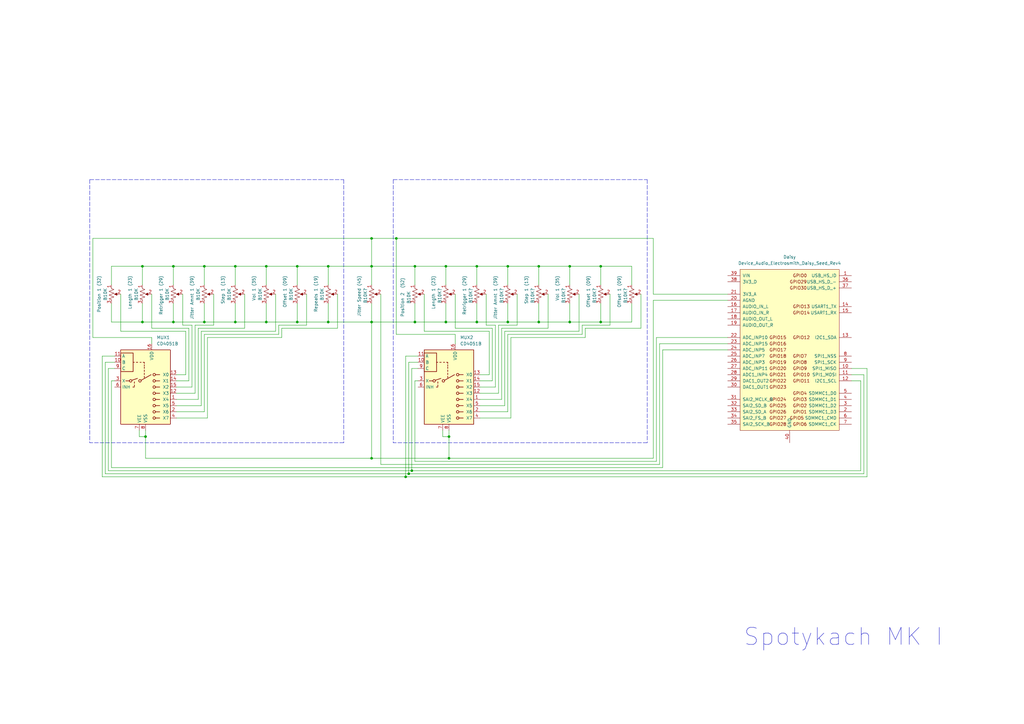
<source format=kicad_sch>
(kicad_sch (version 20211123) (generator eeschema)
  (paper "A3")
  (lib_symbols
    (symbol "Analog_Switch:CD4051B"
      (property "Reference" "U" (at -10.16 16.51 0))
      (property "Value" "CD4051B" (at 3.81 16.51 0))
      (symbol "CD4051B_0_1"
        (rectangle (start -10.16 6.35) (end -5.08 13.97) (stroke (width 0.254)))
        (rectangle (start -10.16 15.24) (end 10.16 -15.24) (stroke (width 0.254)) (fill (type background)))
        (circle (center -6.096 2.54) (radius 0.508) (stroke (width 0.254)))
        (circle (center -2.286 2.54) (radius 0.508) (stroke (width 0.254)))
        (polyline (pts (xy -8.128 2.54) (xy -6.604 2.54)) (stroke (width 0.254)))
        (polyline (pts (xy -5.588 2.794) (xy -3.302 3.556)) (stroke (width 0.254)))
        (polyline (pts (xy -4.572 0) (xy -5.207 0)) (stroke (width 0.254)))
        (polyline (pts (xy -4.572 0.254) (xy -4.572 0.889)) (stroke (width 0.254)))
        (polyline (pts (xy -4.572 1.524) (xy -4.572 2.159)) (stroke (width 0.254)))
        (polyline (pts (xy -4.572 10.16) (xy -5.08 10.16)) (stroke (width 0.254)))
        (polyline (pts (xy -3.81 10.16) (xy -3.175 10.16)) (stroke (width 0.254)))
        (polyline (pts (xy -1.778 2.794) (xy 2.286 5.08)) (stroke (width 0.254)))
        (polyline (pts (xy -1.778 10.16) (xy -2.286 10.16)) (stroke (width 0.254)))
        (polyline (pts (xy -0.508 3.81) (xy -0.508 4.445)) (stroke (width 0.254)))
        (polyline (pts (xy -0.508 5.08) (xy -0.508 5.715)) (stroke (width 0.254)))
        (polyline (pts (xy -0.508 6.35) (xy -0.508 6.985)) (stroke (width 0.254)))
        (polyline (pts (xy -0.508 7.62) (xy -0.508 8.255)) (stroke (width 0.254)))
        (polyline (pts (xy -0.508 8.636) (xy -0.508 9.144)) (stroke (width 0.254)))
        (polyline (pts (xy -0.508 9.652) (xy -0.508 10.16)) (stroke (width 0.254)))
        (polyline (pts (xy -0.508 10.16) (xy -1.016 10.16)) (stroke (width 0.254)))
        (polyline (pts (xy 4.064 -12.7) (xy 5.842 -12.7)) (stroke (width 0.254)))
        (polyline (pts (xy 4.064 -10.16) (xy 5.842 -10.16)) (stroke (width 0.254)))
        (polyline (pts (xy 4.064 -7.62) (xy 5.842 -7.62)) (stroke (width 0.254)))
        (polyline (pts (xy 4.064 -5.08) (xy 5.842 -5.08)) (stroke (width 0.254)))
        (polyline (pts (xy 4.064 -2.54) (xy 5.842 -2.54)) (stroke (width 0.254)))
        (polyline (pts (xy 4.064 0) (xy 5.842 0)) (stroke (width 0.254)))
        (polyline (pts (xy 4.064 2.54) (xy 5.842 2.54)) (stroke (width 0.254)))
        (polyline (pts (xy 4.064 5.08) (xy 5.842 5.08)) (stroke (width 0.254)))
        (circle (center 3.556 -12.7) (radius 0.508) (stroke (width 0.254)))
        (circle (center 3.556 -10.16) (radius 0.508) (stroke (width 0.254)))
        (circle (center 3.556 -7.62) (radius 0.508) (stroke (width 0.254)))
        (circle (center 3.556 -5.08) (radius 0.508) (stroke (width 0.254)))
        (circle (center 3.556 -2.54) (radius 0.508) (stroke (width 0.254)))
        (circle (center 3.556 0) (radius 0.508) (stroke (width 0.254)))
        (circle (center 3.556 2.54) (radius 0.508) (stroke (width 0.254)))
        (circle (center 3.556 5.08) (radius 0.508) (stroke (width 0.254)))
      )
      (symbol "CD4051B_1_1"
        (pin bidirectional line (at 12.7 -5.08 180) (length 2.54) (name "X4") (number "1"))
        (pin input line (at -12.7 10.16 0) (length 2.54) (name "B") (number "10"))
        (pin input line (at -12.7 12.7 0) (length 2.54) (name "A") (number "11"))
        (pin bidirectional line (at 12.7 -2.54 180) (length 2.54) (name "X3") (number "12"))
        (pin bidirectional line (at 12.7 5.08 180) (length 2.54) (name "X0") (number "13"))
        (pin bidirectional line (at 12.7 2.54 180) (length 2.54) (name "X1") (number "14"))
        (pin bidirectional line (at 12.7 0 180) (length 2.54) (name "X2") (number "15"))
        (pin power_in line (at 2.54 17.78 270) (length 2.54) (name "VDD") (number "16"))
        (pin bidirectional line (at 12.7 -10.16 180) (length 2.54) (name "X6") (number "2"))
        (pin bidirectional line (at -12.7 2.54 0) (length 2.54) (name "X") (number "3"))
        (pin bidirectional line (at 12.7 -12.7 180) (length 2.54) (name "X7") (number "4"))
        (pin bidirectional line (at 12.7 -7.62 180) (length 2.54) (name "X5") (number "5"))
        (pin input line (at -12.7 0 0) (length 2.54) (name "INH") (number "6"))
        (pin power_in line (at -2.54 -17.78 90) (length 2.54) (name "VEE") (number "7"))
        (pin power_in line (at 0 -17.78 90) (length 2.54) (name "VSS") (number "8"))
        (pin input line (at -12.7 7.62 0) (length 2.54) (name "C") (number "9"))
      )
    )
    (symbol "Microcontroller:Device_Audio_Electrosmith_Daisy_Seed_Rev4" (pin_names (offset 1.016))
      (property "Reference" "A?" (at 0 38.1 0))
      (property "Value" "Device_Audio_Electrosmith_Daisy_Seed_Rev4" (at 0 35.56 0))
      (symbol "Device_Audio_Electrosmith_Daisy_Seed_Rev4_0_0"
        (text "GPIO0" (at 1.27 30.48 0) (effects (font (size 1.27 1.27)) (justify left)))
        (text "GPIO1" (at 1.27 -25.4 0) (effects (font (size 1.27 1.27)) (justify left)))
        (text "GPIO10" (at 1.27 -10.16 0) (effects (font (size 1.27 1.27)) (justify left)))
        (text "GPIO11" (at 1.27 -12.7 0) (effects (font (size 1.27 1.27)) (justify left)))
        (text "GPIO12" (at 1.27 5.08 0) (effects (font (size 1.27 1.27)) (justify left)))
        (text "GPIO13" (at 1.27 17.78 0) (effects (font (size 1.27 1.27)) (justify left)))
        (text "GPIO14" (at 1.27 15.24 0) (effects (font (size 1.27 1.27)) (justify left)))
        (text "GPIO15" (at -1.27 5.08 0) (effects (font (size 1.27 1.27)) (justify right)))
        (text "GPIO16" (at -1.27 2.54 0) (effects (font (size 1.27 1.27)) (justify right)))
        (text "GPIO17" (at -1.27 0 0) (effects (font (size 1.27 1.27)) (justify right)))
        (text "GPIO18" (at -1.27 -2.54 0) (effects (font (size 1.27 1.27)) (justify right)))
        (text "GPIO19" (at -1.27 -5.08 0) (effects (font (size 1.27 1.27)) (justify right)))
        (text "GPIO2" (at 1.27 -22.86 0) (effects (font (size 1.27 1.27)) (justify left)))
        (text "GPIO20" (at -1.27 -7.62 0) (effects (font (size 1.27 1.27)) (justify right)))
        (text "GPIO21" (at -1.27 -10.16 0) (effects (font (size 1.27 1.27)) (justify right)))
        (text "GPIO22" (at -1.27 -12.7 0) (effects (font (size 1.27 1.27)) (justify right)))
        (text "GPIO23" (at -1.27 -15.24 0) (effects (font (size 1.27 1.27)) (justify right)))
        (text "GPIO24" (at -1.27 -20.32 0) (effects (font (size 1.27 1.27)) (justify right)))
        (text "GPIO25" (at -1.27 -22.86 0) (effects (font (size 1.27 1.27)) (justify right)))
        (text "GPIO26" (at -1.27 -25.4 0) (effects (font (size 1.27 1.27)) (justify right)))
        (text "GPIO27" (at -1.27 -27.94 0) (effects (font (size 1.27 1.27)) (justify right)))
        (text "GPIO28" (at -1.27 -30.48 0) (effects (font (size 1.27 1.27)) (justify right)))
        (text "GPIO29" (at 0 27.94 0) (effects (font (size 1.27 1.27)) (justify left)))
        (text "GPIO3" (at 1.27 -20.32 0) (effects (font (size 1.27 1.27)) (justify left)))
        (text "GPIO30" (at 0 25.4 0) (effects (font (size 1.27 1.27)) (justify left)))
        (text "GPIO4" (at 1.27 -17.78 0) (effects (font (size 1.27 1.27)) (justify left)))
        (text "GPIO5" (at 0 -27.94 0) (effects (font (size 1.27 1.27)) (justify left)))
        (text "GPIO6" (at 1.27 -30.48 0) (effects (font (size 1.27 1.27)) (justify left)))
        (text "GPIO7" (at 1.27 -2.54 0) (effects (font (size 1.27 1.27)) (justify left)))
        (text "GPIO8" (at 1.27 -5.08 0) (effects (font (size 1.27 1.27)) (justify left)))
        (text "GPIO9" (at 1.27 -7.62 0) (effects (font (size 1.27 1.27)) (justify left)))
        (pin bidirectional line (at 25.4 30.48 180) (length 5.08) (name "USB_HS_ID") (number "1"))
        (pin bidirectional line (at 25.4 -7.62 180) (length 5.08) (name "SPI1_MISO") (number "10"))
        (pin bidirectional line (at 25.4 -10.16 180) (length 5.08) (name "SPI1_MOSI") (number "11"))
        (pin bidirectional line (at 25.4 -12.7 180) (length 5.08) (name "I2C1_SCL") (number "12"))
        (pin bidirectional line (at 25.4 5.08 180) (length 5.08) (name "I2C1_SDA") (number "13"))
        (pin bidirectional line (at 25.4 17.78 180) (length 5.08) (name "USART1_TX") (number "14"))
        (pin bidirectional line (at 25.4 15.24 180) (length 5.08) (name "USART1_RX") (number "15"))
        (pin input line (at -25.4 17.78 0) (length 5.08) (name "AUDIO_IN_L") (number "16"))
        (pin input line (at -25.4 15.24 0) (length 5.08) (name "AUDIO_IN_R") (number "17"))
        (pin output line (at -25.4 12.7 0) (length 5.08) (name "AUDIO_OUT_L") (number "18"))
        (pin output line (at -25.4 10.16 0) (length 5.08) (name "AUDIO_OUT_R") (number "19"))
        (pin bidirectional line (at 25.4 -25.4 180) (length 5.08) (name "SDMMC1_D3") (number "2"))
        (pin passive line (at -25.4 20.32 0) (length 5.08) (name "AGND") (number "20"))
        (pin power_out line (at -25.4 22.86 0) (length 5.08) (name "3V3_A") (number "21"))
        (pin bidirectional line (at -25.4 5.08 0) (length 5.08) (name "ADC_INP10") (number "22"))
        (pin bidirectional line (at -25.4 2.54 0) (length 5.08) (name "ADC_INP15") (number "23"))
        (pin bidirectional line (at -25.4 0 0) (length 5.08) (name "ADC_INP5") (number "24"))
        (pin bidirectional line (at -25.4 -2.54 0) (length 5.08) (name "ADC_INP7") (number "25"))
        (pin bidirectional line (at -25.4 -5.08 0) (length 5.08) (name "ADC_INP3") (number "26"))
        (pin bidirectional line (at -25.4 -7.62 0) (length 5.08) (name "ADC_INP11") (number "27"))
        (pin bidirectional line (at -25.4 -10.16 0) (length 5.08) (name "ADC1_INP4") (number "28"))
        (pin bidirectional line (at -25.4 -12.7 0) (length 5.08) (name "DAC1_OUT2") (number "29"))
        (pin bidirectional line (at 25.4 -22.86 180) (length 5.08) (name "SDMMC1_D2") (number "3"))
        (pin bidirectional line (at -25.4 -15.24 0) (length 5.08) (name "DAC1_OUT1") (number "30"))
        (pin bidirectional line (at -25.4 -20.32 0) (length 5.08) (name "SAI2_MCLK_B") (number "31"))
        (pin bidirectional line (at -25.4 -22.86 0) (length 5.08) (name "SAI2_SD_B") (number "32"))
        (pin bidirectional line (at -25.4 -25.4 0) (length 5.08) (name "SAI2_SD_A") (number "33"))
        (pin bidirectional line (at -25.4 -27.94 0) (length 5.08) (name "SAI2_FS_B") (number "34"))
        (pin bidirectional line (at -25.4 -30.48 0) (length 5.08) (name "SAI2_SCK_B") (number "35"))
        (pin bidirectional line (at 25.4 27.94 180) (length 5.08) (name "USB_HS_D_-") (number "36"))
        (pin bidirectional line (at 25.4 25.4 180) (length 5.08) (name "USB_HS_D_+") (number "37"))
        (pin power_out line (at -25.4 27.94 0) (length 5.08) (name "3V3_D") (number "38"))
        (pin power_in line (at -25.4 30.48 0) (length 5.08) (name "VIN") (number "39"))
        (pin bidirectional line (at 25.4 -20.32 180) (length 5.08) (name "SDMMC1_D1") (number "4"))
        (pin passive line (at 0 -38.1 90) (length 5.08) (name "GND") (number "40"))
        (pin bidirectional line (at 25.4 -17.78 180) (length 5.08) (name "SDMMC1_D0") (number "5"))
        (pin bidirectional line (at 25.4 -27.94 180) (length 5.08) (name "SDMMC1_CMD") (number "6"))
        (pin bidirectional line (at 25.4 -30.48 180) (length 5.08) (name "SDMMC1_CK") (number "7"))
        (pin bidirectional line (at 25.4 -2.54 180) (length 5.08) (name "SPI1_NSS") (number "8"))
        (pin bidirectional line (at 25.4 -5.08 180) (length 5.08) (name "SPI1_SCK") (number "9"))
      )
      (symbol "Device_Audio_Electrosmith_Daisy_Seed_Rev4_0_1"
        (rectangle (start -20.32 33.02) (end 20.32 -33.02) (fill (type background)))
      )
    )
    (symbol "R_Potentiometer_US_1" (pin_names (offset 1.016) hide)
      (property "Reference" "B10K" (at -2.54 2.54 90))
      (property "Value" "Position 1 (32)" (at -5.08 7.62 90))
      (symbol "R_Potentiometer_US_1_0_1"
        (polyline (pts (xy 0 -2.286) (xy 0 -2.54)))
        (polyline (pts (xy 0 2.54) (xy 0 2.286)))
        (polyline (pts (xy 2.54 0) (xy 1.524 0)))
        (polyline (pts (xy 1.143 0) (xy 2.286 0.508) (xy 2.286 -0.508) (xy 1.143 0)) (fill (type outline)))
        (polyline (pts (xy 0 -0.762) (xy 1.016 -1.143) (xy 0 -1.524) (xy -1.016 -1.905) (xy 0 -2.286)))
        (polyline (pts (xy 0 0.762) (xy 1.016 0.381) (xy 0 0) (xy -1.016 -0.381) (xy 0 -0.762)))
        (polyline (pts (xy 0 2.286) (xy 1.016 1.905) (xy 0 1.524) (xy -1.016 1.143) (xy 0 0.762)))
      )
      (symbol "R_Potentiometer_US_1_1_1"
        (pin passive line (at 0 3.81 270) (length 1.27) (name "1") (number "1"))
        (pin passive line (at 3.81 0 180) (length 1.27) (name "2") (number "2"))
        (pin passive line (at 0 -3.81 90) (length 1.27) (name "3") (number "3"))
      )
    )
  )
  (junction (at 71.12 132.08))
  (junction (at 184.15 187.96))
  (junction (at 59.69 179.07))
  (junction (at 170.18 132.08))
  (junction (at 170.18 109.22))
  (junction (at 134.62 132.08))
  (junction (at 83.82 132.08))
  (junction (at 121.92 132.08))
  (junction (at 195.58 132.08))
  (junction (at 71.12 109.22))
  (junction (at 109.22 132.08))
  (junction (at 58.42 109.22))
  (junction (at 96.52 109.22))
  (junction (at 220.98 132.08))
  (junction (at 109.22 109.22))
  (junction (at 208.28 132.08))
  (junction (at 220.98 109.22))
  (junction (at 83.82 109.22))
  (junction (at 152.4 132.08))
  (junction (at 58.42 132.08))
  (junction (at 182.88 132.08))
  (junction (at 121.92 109.22))
  (junction (at 134.62 109.22))
  (junction (at 233.68 109.22))
  (junction (at 152.4 109.22))
  (junction (at 233.68 132.08))
  (junction (at 195.58 109.22))
  (junction (at 96.52 132.08))
  (junction (at 162.56 97.79))
  (junction (at 182.88 109.22))
  (junction (at 184.15 179.07))
  (junction (at 168.91 193.04))
  (junction (at 246.38 132.08))
  (junction (at 167.64 194.31))
  (junction (at 152.4 97.79))
  (junction (at 166.37 195.58))
  (junction (at 208.28 109.22))
  (junction (at 246.38 109.22))
  (junction (at 152.4 187.96))
  (wire (pts (xy 49.53 120.65) (xy 49.53 135.89)))
  (wire (pts (xy 171.45 148.59) (xy 167.64 148.59)))
  (wire (pts (xy 262.89 134.62) (xy 240.03 134.62)))
  (wire (pts (xy 152.4 132.08) (xy 170.18 132.08)))
  (wire (pts (xy 115.57 134.62) (xy 115.57 138.43)))
  (wire (pts (xy 152.4 132.08) (xy 152.4 187.96)))
  (wire (pts (xy 96.52 132.08) (xy 109.22 132.08)))
  (wire (pts (xy 199.39 133.35) (xy 203.2 133.35)))
  (polyline (pts (xy 36.83 73.66) (xy 36.83 181.61)))
  (wire (pts (xy 72.39 171.45) (xy 85.09 171.45)))
  (wire (pts (xy 134.62 109.22) (xy 121.92 109.22)))
  (wire (pts (xy 269.24 138.43) (xy 298.45 138.43)))
  (wire (pts (xy 196.85 156.21) (xy 201.93 156.21)))
  (wire (pts (xy 74.93 133.35) (xy 78.74 133.35)))
  (wire (pts (xy 271.78 143.51) (xy 271.78 191.77)))
  (wire (pts (xy 83.82 132.08) (xy 96.52 132.08)))
  (wire (pts (xy 170.18 124.46) (xy 170.18 132.08)))
  (wire (pts (xy 171.45 151.13) (xy 168.91 151.13)))
  (wire (pts (xy 138.43 120.65) (xy 138.43 134.62)))
  (wire (pts (xy 156.21 120.65) (xy 156.21 190.5)))
  (wire (pts (xy 267.97 123.19) (xy 267.97 187.96)))
  (wire (pts (xy 72.39 166.37) (xy 82.55 166.37)))
  (wire (pts (xy 182.88 109.22) (xy 195.58 109.22)))
  (wire (pts (xy 166.37 146.05) (xy 166.37 195.58)))
  (wire (pts (xy 45.72 191.77) (xy 271.78 191.77)))
  (wire (pts (xy 170.18 132.08) (xy 182.88 132.08)))
  (wire (pts (xy 71.12 109.22) (xy 58.42 109.22)))
  (wire (pts (xy 80.01 133.35) (xy 80.01 161.29)))
  (wire (pts (xy 41.91 146.05) (xy 46.99 146.05)))
  (wire (pts (xy 353.06 193.04) (xy 353.06 156.21)))
  (wire (pts (xy 195.58 132.08) (xy 208.28 132.08)))
  (wire (pts (xy 58.42 132.08) (xy 71.12 132.08)))
  (wire (pts (xy 250.19 133.35) (xy 238.76 133.35)))
  (wire (pts (xy 57.15 176.53) (xy 57.15 179.07)))
  (polyline (pts (xy 161.29 73.66) (xy 161.29 181.61)))
  (wire (pts (xy 44.45 193.04) (xy 168.91 193.04)))
  (wire (pts (xy 96.52 109.22) (xy 96.52 116.84)))
  (wire (pts (xy 259.08 124.46) (xy 259.08 132.08)))
  (wire (pts (xy 49.53 135.89) (xy 76.2 135.89)))
  (wire (pts (xy 168.91 193.04) (xy 353.06 193.04)))
  (wire (pts (xy 182.88 132.08) (xy 195.58 132.08)))
  (wire (pts (xy 250.19 120.65) (xy 250.19 133.35)))
  (wire (pts (xy 96.52 109.22) (xy 83.82 109.22)))
  (wire (pts (xy 196.85 153.67) (xy 200.66 153.67)))
  (wire (pts (xy 196.85 171.45) (xy 209.55 171.45)))
  (wire (pts (xy 171.45 146.05) (xy 166.37 146.05)))
  (wire (pts (xy 115.57 138.43) (xy 85.09 138.43)))
  (wire (pts (xy 170.18 156.21) (xy 171.45 156.21)))
  (wire (pts (xy 156.21 190.5) (xy 270.51 190.5)))
  (wire (pts (xy 212.09 133.35) (xy 204.47 133.35)))
  (wire (pts (xy 138.43 134.62) (xy 115.57 134.62)))
  (wire (pts (xy 195.58 109.22) (xy 195.58 116.84)))
  (wire (pts (xy 270.51 190.5) (xy 270.51 140.97)))
  (wire (pts (xy 246.38 124.46) (xy 246.38 132.08)))
  (wire (pts (xy 152.4 109.22) (xy 152.4 116.84)))
  (wire (pts (xy 240.03 138.43) (xy 209.55 138.43)))
  (wire (pts (xy 224.79 120.65) (xy 224.79 134.62)))
  (wire (pts (xy 72.39 156.21) (xy 77.47 156.21)))
  (wire (pts (xy 186.69 134.62) (xy 201.93 134.62)))
  (wire (pts (xy 134.62 109.22) (xy 152.4 109.22)))
  (wire (pts (xy 83.82 124.46) (xy 83.82 132.08)))
  (wire (pts (xy 83.82 109.22) (xy 71.12 109.22)))
  (wire (pts (xy 71.12 132.08) (xy 83.82 132.08)))
  (wire (pts (xy 46.99 156.21) (xy 45.72 156.21)))
  (wire (pts (xy 173.99 120.65) (xy 173.99 135.89)))
  (wire (pts (xy 204.47 133.35) (xy 204.47 161.29)))
  (wire (pts (xy 271.78 143.51) (xy 298.45 143.51)))
  (wire (pts (xy 203.2 133.35) (xy 203.2 158.75)))
  (wire (pts (xy 220.98 132.08) (xy 233.68 132.08)))
  (wire (pts (xy 170.18 109.22) (xy 170.18 116.84)))
  (wire (pts (xy 109.22 109.22) (xy 96.52 109.22)))
  (wire (pts (xy 355.6 151.13) (xy 349.25 151.13)))
  (wire (pts (xy 208.28 109.22) (xy 220.98 109.22)))
  (wire (pts (xy 209.55 138.43) (xy 209.55 171.45)))
  (wire (pts (xy 181.61 176.53) (xy 181.61 179.07)))
  (wire (pts (xy 233.68 124.46) (xy 233.68 132.08)))
  (wire (pts (xy 109.22 109.22) (xy 109.22 116.84)))
  (wire (pts (xy 77.47 134.62) (xy 77.47 156.21)))
  (wire (pts (xy 246.38 132.08) (xy 259.08 132.08)))
  (wire (pts (xy 233.68 109.22) (xy 246.38 109.22)))
  (wire (pts (xy 87.63 133.35) (xy 80.01 133.35)))
  (wire (pts (xy 74.93 120.65) (xy 74.93 133.35)))
  (wire (pts (xy 113.03 135.89) (xy 82.55 135.89)))
  (wire (pts (xy 196.85 158.75) (xy 203.2 158.75)))
  (wire (pts (xy 96.52 124.46) (xy 96.52 132.08)))
  (wire (pts (xy 72.39 168.91) (xy 83.82 168.91)))
  (wire (pts (xy 220.98 109.22) (xy 233.68 109.22)))
  (wire (pts (xy 207.01 135.89) (xy 207.01 166.37)))
  (wire (pts (xy 72.39 163.83) (xy 81.28 163.83)))
  (wire (pts (xy 267.97 187.96) (xy 184.15 187.96)))
  (wire (pts (xy 62.23 134.62) (xy 77.47 134.62)))
  (wire (pts (xy 200.66 135.89) (xy 200.66 153.67)))
  (wire (pts (xy 134.62 132.08) (xy 152.4 132.08)))
  (wire (pts (xy 170.18 189.23) (xy 170.18 156.21)))
  (wire (pts (xy 262.89 120.65) (xy 262.89 134.62)))
  (wire (pts (xy 121.92 132.08) (xy 134.62 132.08)))
  (wire (pts (xy 208.28 137.16) (xy 208.28 168.91)))
  (wire (pts (xy 186.69 140.97) (xy 186.69 137.16)))
  (wire (pts (xy 83.82 137.16) (xy 83.82 168.91)))
  (wire (pts (xy 59.69 176.53) (xy 59.69 179.07)))
  (wire (pts (xy 170.18 189.23) (xy 269.24 189.23)))
  (wire (pts (xy 109.22 124.46) (xy 109.22 132.08)))
  (wire (pts (xy 182.88 109.22) (xy 182.88 116.84)))
  (wire (pts (xy 58.42 124.46) (xy 58.42 132.08)))
  (wire (pts (xy 269.24 189.23) (xy 269.24 138.43)))
  (wire (pts (xy 134.62 109.22) (xy 134.62 116.84)))
  (wire (pts (xy 114.3 133.35) (xy 114.3 137.16)))
  (wire (pts (xy 83.82 109.22) (xy 83.82 116.84)))
  (wire (pts (xy 59.69 179.07) (xy 59.69 187.96)))
  (wire (pts (xy 43.18 194.31) (xy 167.64 194.31)))
  (wire (pts (xy 113.03 120.65) (xy 113.03 135.89)))
  (polyline (pts (xy 161.29 73.66) (xy 265.43 73.66)))
  (wire (pts (xy 62.23 138.43) (xy 38.1 138.43)))
  (wire (pts (xy 45.72 156.21) (xy 45.72 191.77)))
  (wire (pts (xy 184.15 176.53) (xy 184.15 179.07)))
  (wire (pts (xy 43.18 194.31) (xy 43.18 148.59)))
  (wire (pts (xy 186.69 120.65) (xy 186.69 134.62)))
  (wire (pts (xy 233.68 132.08) (xy 246.38 132.08)))
  (wire (pts (xy 240.03 134.62) (xy 240.03 138.43)))
  (wire (pts (xy 182.88 124.46) (xy 182.88 132.08)))
  (wire (pts (xy 43.18 148.59) (xy 46.99 148.59)))
  (wire (pts (xy 45.72 124.46) (xy 45.72 132.08)))
  (wire (pts (xy 184.15 179.07) (xy 184.15 187.96)))
  (wire (pts (xy 38.1 138.43) (xy 38.1 97.79)))
  (wire (pts (xy 114.3 137.16) (xy 83.82 137.16)))
  (wire (pts (xy 125.73 120.65) (xy 125.73 133.35)))
  (wire (pts (xy 72.39 153.67) (xy 76.2 153.67)))
  (wire (pts (xy 62.23 120.65) (xy 62.23 134.62)))
  (wire (pts (xy 167.64 148.59) (xy 167.64 194.31)))
  (wire (pts (xy 195.58 109.22) (xy 208.28 109.22)))
  (wire (pts (xy 195.58 124.46) (xy 195.58 132.08)))
  (wire (pts (xy 76.2 135.89) (xy 76.2 153.67)))
  (wire (pts (xy 184.15 187.96) (xy 152.4 187.96)))
  (wire (pts (xy 237.49 135.89) (xy 207.01 135.89)))
  (wire (pts (xy 181.61 179.07) (xy 184.15 179.07)))
  (wire (pts (xy 355.6 195.58) (xy 355.6 151.13)))
  (wire (pts (xy 201.93 134.62) (xy 201.93 156.21)))
  (polyline (pts (xy 140.97 73.66) (xy 140.97 181.61)))
  (wire (pts (xy 38.1 97.79) (xy 152.4 97.79)))
  (wire (pts (xy 121.92 109.22) (xy 109.22 109.22)))
  (wire (pts (xy 186.69 137.16) (xy 162.56 137.16)))
  (wire (pts (xy 167.64 194.31) (xy 354.33 194.31)))
  (wire (pts (xy 134.62 124.46) (xy 134.62 132.08)))
  (wire (pts (xy 100.33 120.65) (xy 100.33 134.62)))
  (wire (pts (xy 109.22 132.08) (xy 121.92 132.08)))
  (wire (pts (xy 267.97 97.79) (xy 162.56 97.79)))
  (wire (pts (xy 72.39 158.75) (xy 78.74 158.75)))
  (wire (pts (xy 220.98 109.22) (xy 220.98 116.84)))
  (wire (pts (xy 82.55 135.89) (xy 82.55 166.37)))
  (wire (pts (xy 125.73 133.35) (xy 114.3 133.35)))
  (wire (pts (xy 238.76 133.35) (xy 238.76 137.16)))
  (wire (pts (xy 349.25 153.67) (xy 354.33 153.67)))
  (wire (pts (xy 246.38 109.22) (xy 246.38 116.84)))
  (wire (pts (xy 100.33 134.62) (xy 81.28 134.62)))
  (wire (pts (xy 166.37 195.58) (xy 355.6 195.58)))
  (wire (pts (xy 238.76 137.16) (xy 208.28 137.16)))
  (wire (pts (xy 224.79 134.62) (xy 205.74 134.62)))
  (wire (pts (xy 59.69 187.96) (xy 152.4 187.96)))
  (polyline (pts (xy 265.43 73.66) (xy 265.43 181.61)))
  (wire (pts (xy 237.49 120.65) (xy 237.49 135.89)))
  (wire (pts (xy 71.12 124.46) (xy 71.12 132.08)))
  (wire (pts (xy 121.92 109.22) (xy 121.92 116.84)))
  (wire (pts (xy 196.85 163.83) (xy 205.74 163.83)))
  (wire (pts (xy 298.45 123.19) (xy 267.97 123.19)))
  (wire (pts (xy 196.85 161.29) (xy 204.47 161.29)))
  (wire (pts (xy 121.92 124.46) (xy 121.92 132.08)))
  (wire (pts (xy 220.98 124.46) (xy 220.98 132.08)))
  (wire (pts (xy 71.12 109.22) (xy 71.12 116.84)))
  (wire (pts (xy 170.18 109.22) (xy 182.88 109.22)))
  (wire (pts (xy 41.91 195.58) (xy 41.91 146.05)))
  (wire (pts (xy 199.39 120.65) (xy 199.39 133.35)))
  (wire (pts (xy 152.4 109.22) (xy 170.18 109.22)))
  (wire (pts (xy 152.4 97.79) (xy 152.4 109.22)))
  (wire (pts (xy 78.74 133.35) (xy 78.74 158.75)))
  (polyline (pts (xy 265.43 181.61) (xy 161.29 181.61)))
  (wire (pts (xy 259.08 109.22) (xy 259.08 116.84)))
  (wire (pts (xy 162.56 97.79) (xy 152.4 97.79)))
  (wire (pts (xy 212.09 120.65) (xy 212.09 133.35)))
  (wire (pts (xy 298.45 120.65) (xy 267.97 120.65)))
  (wire (pts (xy 62.23 140.97) (xy 62.23 138.43)))
  (wire (pts (xy 57.15 179.07) (xy 59.69 179.07)))
  (wire (pts (xy 45.72 132.08) (xy 58.42 132.08)))
  (wire (pts (xy 267.97 120.65) (xy 267.97 97.79)))
  (polyline (pts (xy 140.97 181.61) (xy 36.83 181.61)))
  (wire (pts (xy 72.39 161.29) (xy 80.01 161.29)))
  (wire (pts (xy 162.56 97.79) (xy 162.56 137.16)))
  (wire (pts (xy 349.25 156.21) (xy 353.06 156.21)))
  (wire (pts (xy 246.38 109.22) (xy 259.08 109.22)))
  (wire (pts (xy 354.33 194.31) (xy 354.33 153.67)))
  (wire (pts (xy 168.91 151.13) (xy 168.91 193.04)))
  (polyline (pts (xy 36.83 73.66) (xy 140.97 73.66)))
  (wire (pts (xy 58.42 109.22) (xy 45.72 109.22)))
  (wire (pts (xy 196.85 166.37) (xy 207.01 166.37)))
  (wire (pts (xy 152.4 124.46) (xy 152.4 132.08)))
  (wire (pts (xy 45.72 109.22) (xy 45.72 116.84)))
  (wire (pts (xy 81.28 134.62) (xy 81.28 163.83)))
  (wire (pts (xy 208.28 132.08) (xy 220.98 132.08)))
  (wire (pts (xy 233.68 109.22) (xy 233.68 116.84)))
  (wire (pts (xy 44.45 151.13) (xy 46.99 151.13)))
  (wire (pts (xy 58.42 109.22) (xy 58.42 116.84)))
  (wire (pts (xy 208.28 124.46) (xy 208.28 132.08)))
  (wire (pts (xy 196.85 168.91) (xy 208.28 168.91)))
  (wire (pts (xy 44.45 193.04) (xy 44.45 151.13)))
  (wire (pts (xy 205.74 134.62) (xy 205.74 163.83)))
  (wire (pts (xy 85.09 138.43) (xy 85.09 171.45)))
  (wire (pts (xy 87.63 120.65) (xy 87.63 133.35)))
  (wire (pts (xy 41.91 195.58) (xy 166.37 195.58)))
  (wire (pts (xy 270.51 140.97) (xy 298.45 140.97)))
  (wire (pts (xy 173.99 135.89) (xy 200.66 135.89)))
  (wire (pts (xy 208.28 109.22) (xy 208.28 116.84)))
  (text "Spotykach MK I" (at 304.8 265.43 0) (effects (font (size 7 7)) (justify left bottom)))
  (symbol (lib_id "Analog_Switch:CD4051B") (at 59.69 158.75 0) (unit 1)
    (property "Reference" "MUX1" (at 64.2494 138.43 0) (effects (justify left)))
    (property "Value" "CD4051B" (at 64.2494 140.97 0) (effects (justify left)))
    (property "Datasheet" "http://www.ti.com/lit/ds/symlink/cd4052b.pdf" (effects hide))
  )
  (symbol (lib_name "R_Potentiometer_US_1") (lib_id "Device:R_Potentiometer_US") (at 208.28 120.65 0) (unit 1)
    (property "Reference" "B10K?" (at 205.74 118.11 90) (effects (justify right)))
    (property "Value" "Jitter Amnt 1 (39)" (at 203.2 113.03 90) (effects (justify right)))
  )
  (symbol (lib_name "R_Potentiometer_US_1") (lib_id "Device:R_Potentiometer_US") (at 109.22 120.65 0) (unit 1)
    (property "Reference" "B10K" (at 106.68 118.11 90) (effects (justify right)))
    (property "Value" "Vol 1 (35)" (at 104.14 113.03 90) (effects (justify right)))
  )
  (symbol (lib_name "R_Potentiometer_US_1") (lib_id "Device:R_Potentiometer_US") (at 259.08 120.65 0) (unit 1)
    (property "Reference" "B10K?" (at 256.54 118.11 90) (effects (justify right)))
    (property "Value" "Offset 1 (09)" (at 254 113.03 90) (effects (justify right)))
  )
  (symbol (lib_id "Analog_Switch:CD4051B") (at 184.15 158.75 0) (unit 1)
    (property "Reference" "MUX2" (at 188.7094 138.43 0) (effects (justify left)))
    (property "Value" "CD4051B" (at 188.7094 140.97 0) (effects (justify left)))
    (property "Datasheet" "http://www.ti.com/lit/ds/symlink/cd4052b.pdf" (effects hide))
  )
  (symbol (lib_name "R_Potentiometer_US_1") (lib_id "Device:R_Potentiometer_US") (at 71.12 120.65 0) (unit 1)
    (property "Reference" "B10K" (at 68.58 118.11 90) (effects (justify right)))
    (property "Value" "Retrigger 1 (29)" (at 66.04 113.03 90) (effects (justify right)))
  )
  (symbol (lib_id "Microcontroller:Device_Audio_Electrosmith_Daisy_Seed_Rev4") (at 323.85 143.51 0) (unit 1)
    (property "Reference" "Daisy" (at 323.85 105.41 0))
    (property "Value" "Device_Audio_Electrosmith_Daisy_Seed_Rev4" (at 323.85 107.95 0))
    (property "Footprint" "daisy-seed:Device_Audio_Electrosmith_Daisy_Seed" (effects hide))
    (property "Datasheet" "https://github.com/electro-smith/DaisyWiki/wiki" (effects hide))
  )
  (symbol (lib_name "R_Potentiometer_US_1") (lib_id "Device:R_Potentiometer_US") (at 182.88 120.65 0) (unit 1)
    (property "Reference" "B10K?" (at 180.34 118.11 90) (effects (justify right)))
    (property "Value" "Length 1 (23)" (at 177.8 113.03 90) (effects (justify right)))
  )
  (symbol (lib_name "R_Potentiometer_US_1") (lib_id "Device:R_Potentiometer_US") (at 121.92 120.65 0) (unit 1)
    (property "Reference" "B10K" (at 119.38 118.11 90) (effects (justify right)))
    (property "Value" "Offset 1 (09)" (at 116.84 113.03 90) (effects (justify right)))
  )
  (symbol (lib_name "R_Potentiometer_US_1") (lib_id "Device:R_Potentiometer_US") (at 58.42 120.65 0) (unit 1)
    (property "Reference" "B10K" (at 55.88 118.11 90) (effects (justify right)))
    (property "Value" "Length 1 (23)" (at 53.34 113.03 90) (effects (justify right)))
  )
  (symbol (lib_name "R_Potentiometer_US_1") (lib_id "Device:R_Potentiometer_US") (at 195.58 120.65 0) (unit 1)
    (property "Reference" "B10K?" (at 193.04 118.11 90) (effects (justify right)))
    (property "Value" "Retrigger 1 (29)" (at 190.5 113.03 90) (effects (justify right)))
  )
  (symbol (lib_name "R_Potentiometer_US_1") (lib_id "Device:R_Potentiometer_US") (at 83.82 120.65 0) (unit 1)
    (property "Reference" "B10K" (at 81.28 118.11 90) (effects (justify right)))
    (property "Value" "Jitter Amnt 1 (39)" (at 78.74 113.03 90) (effects (justify right)))
  )
  (symbol (lib_name "R_Potentiometer_US_1") (lib_id "Device:R_Potentiometer_US") (at 220.98 120.65 0) (unit 1)
    (property "Reference" "B10K?" (at 218.44 118.11 90) (effects (justify right)))
    (property "Value" "Step 1 (13)" (at 215.9 113.03 90) (effects (justify right)))
  )
  (symbol (lib_name "R_Potentiometer_US_1") (lib_id "Device:R_Potentiometer_US") (at 134.62 120.65 0) (unit 1)
    (property "Reference" "B10K" (at 132.08 118.11 90) (effects (justify right)))
    (property "Value" "Repeats 1 (19)" (at 129.54 113.03 90) (effects (justify right)))
  )
  (symbol (lib_name "R_Potentiometer_US_1") (lib_id "Device:R_Potentiometer_US") (at 246.38 120.65 0) (unit 1)
    (property "Reference" "B10K?" (at 243.84 118.11 90) (effects (justify right)))
    (property "Value" "Offset 1 (09)" (at 241.3 113.03 90) (effects (justify right)))
  )
  (symbol (lib_name "R_Potentiometer_US_1") (lib_id "Device:R_Potentiometer_US") (at 170.18 120.65 0) (unit 1)
    (property "Reference" "B10K" (at 167.64 119.3799 90) (effects (justify right)))
    (property "Value" "Position 2  (52)" (at 165.1 121.92 90))
  )
  (symbol (lib_name "R_Potentiometer_US_1") (lib_id "Device:R_Potentiometer_US") (at 45.72 120.65 0) (unit 1)
    (property "Reference" "B10K" (at 43.18 118.11 90) (effects (justify right)))
    (property "Value" "Position 1 (32)" (at 40.64 113.03 90) (effects (justify right)))
  )
  (symbol (lib_name "R_Potentiometer_US_1") (lib_id "Device:R_Potentiometer_US") (at 233.68 120.65 0) (unit 1)
    (property "Reference" "B10K?" (at 231.14 118.11 90) (effects (justify right)))
    (property "Value" "Vol 1 (35)" (at 228.6 113.03 90) (effects (justify right)))
  )
  (symbol (lib_name "R_Potentiometer_US_1") (lib_id "Device:R_Potentiometer_US") (at 152.4 120.65 0) (unit 1)
    (property "Reference" "B10K?" (at 149.86 118.11 90) (effects (justify right)))
    (property "Value" "Jitter Speed (45)" (at 147.32 113.03 90) (effects (justify right)))
  )
  (symbol (lib_name "R_Potentiometer_US_1") (lib_id "Device:R_Potentiometer_US") (at 96.52 120.65 0) (unit 1)
    (property "Reference" "B10K" (at 93.98 118.11 90) (effects (justify right)))
    (property "Value" "Step 1 (13)" (at 91.44 113.03 90) (effects (justify right)))
  )
)
</source>
